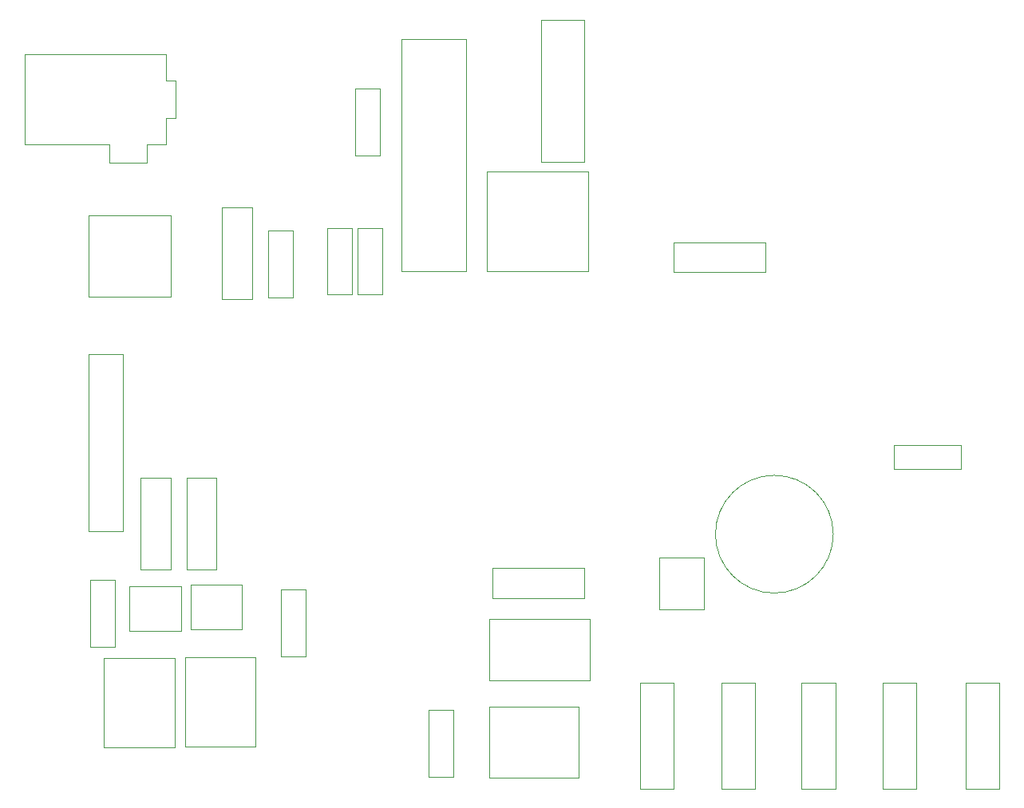
<source format=gbr>
G04 #@! TF.FileFunction,Other,User*
%FSLAX46Y46*%
G04 Gerber Fmt 4.6, Leading zero omitted, Abs format (unit mm)*
G04 Created by KiCad (PCBNEW 4.0.7) date Sat Feb 17 21:33:09 2018*
%MOMM*%
%LPD*%
G01*
G04 APERTURE LIST*
%ADD10C,0.150000*%
%ADD11C,0.050000*%
G04 APERTURE END LIST*
D10*
D11*
X75097500Y-58093500D02*
X75097500Y-33473500D01*
X75097500Y-58093500D02*
X81977500Y-58093500D01*
X81977500Y-33473500D02*
X75097500Y-33473500D01*
X81977500Y-33473500D02*
X81977500Y-58093500D01*
X120931000Y-86032500D02*
G75*
G03X120931000Y-86032500I-6250000J0D01*
G01*
X44734000Y-90898000D02*
X42134000Y-90898000D01*
X42134000Y-90898000D02*
X42134000Y-97998000D01*
X42134000Y-97998000D02*
X44734000Y-97998000D01*
X44734000Y-97998000D02*
X44734000Y-90898000D01*
X64927000Y-91914000D02*
X62327000Y-91914000D01*
X62327000Y-91914000D02*
X62327000Y-99014000D01*
X62327000Y-99014000D02*
X64927000Y-99014000D01*
X64927000Y-99014000D02*
X64927000Y-91914000D01*
X50618000Y-60865000D02*
X50618000Y-52165000D01*
X50618000Y-52165000D02*
X41918000Y-52165000D01*
X41918000Y-52165000D02*
X41918000Y-60865000D01*
X41918000Y-60865000D02*
X50618000Y-60865000D01*
X72801000Y-38701000D02*
X70201000Y-38701000D01*
X70201000Y-38701000D02*
X70201000Y-45801000D01*
X70201000Y-45801000D02*
X72801000Y-45801000D01*
X72801000Y-45801000D02*
X72801000Y-38701000D01*
X127347000Y-76551000D02*
X127347000Y-79151000D01*
X127347000Y-79151000D02*
X134447000Y-79151000D01*
X134447000Y-79151000D02*
X134447000Y-76551000D01*
X134447000Y-76551000D02*
X127347000Y-76551000D01*
X78011500Y-111794000D02*
X80611500Y-111794000D01*
X80611500Y-111794000D02*
X80611500Y-104694000D01*
X80611500Y-104694000D02*
X78011500Y-104694000D01*
X78011500Y-104694000D02*
X78011500Y-111794000D01*
X60993500Y-60930500D02*
X63593500Y-60930500D01*
X63593500Y-60930500D02*
X63593500Y-53830500D01*
X63593500Y-53830500D02*
X60993500Y-53830500D01*
X60993500Y-53830500D02*
X60993500Y-60930500D01*
X67280000Y-60613000D02*
X69880000Y-60613000D01*
X69880000Y-60613000D02*
X69880000Y-53513000D01*
X69880000Y-53513000D02*
X67280000Y-53513000D01*
X67280000Y-53513000D02*
X67280000Y-60613000D01*
X70455000Y-60613000D02*
X73055000Y-60613000D01*
X73055000Y-60613000D02*
X73055000Y-53513000D01*
X73055000Y-53513000D02*
X70455000Y-53513000D01*
X70455000Y-53513000D02*
X70455000Y-60613000D01*
X41951500Y-66907000D02*
X41951500Y-85757000D01*
X41951500Y-85757000D02*
X45551500Y-85757000D01*
X45551500Y-85757000D02*
X45551500Y-66907000D01*
X45551500Y-66907000D02*
X41951500Y-66907000D01*
X50149000Y-35378000D02*
X50149000Y-35128000D01*
X50149000Y-35128000D02*
X35149000Y-35128000D01*
X50149000Y-35378000D02*
X50149000Y-37878000D01*
X50149000Y-37878000D02*
X51149000Y-37878000D01*
X51149000Y-37878000D02*
X51149000Y-41878000D01*
X51149000Y-41878000D02*
X50149000Y-41878000D01*
X50149000Y-41878000D02*
X50149000Y-44628000D01*
X50149000Y-44628000D02*
X48149000Y-44628000D01*
X48149000Y-44628000D02*
X48149000Y-46628000D01*
X48149000Y-46628000D02*
X44149000Y-46628000D01*
X44149000Y-46628000D02*
X44149000Y-44628000D01*
X44149000Y-44628000D02*
X35149000Y-44628000D01*
X35149000Y-44628000D02*
X35149000Y-35128000D01*
X95079000Y-101556000D02*
X84479000Y-101556000D01*
X84479000Y-101556000D02*
X84479000Y-95006000D01*
X84479000Y-95006000D02*
X95079000Y-95006000D01*
X95079000Y-95006000D02*
X95079000Y-101556000D01*
X134979000Y-101832000D02*
X134979000Y-113032000D01*
X134979000Y-113032000D02*
X138579000Y-113032000D01*
X138579000Y-113032000D02*
X138579000Y-101832000D01*
X138579000Y-101832000D02*
X134979000Y-101832000D01*
X126152500Y-101832000D02*
X126152500Y-113032000D01*
X126152500Y-113032000D02*
X129752500Y-113032000D01*
X129752500Y-113032000D02*
X129752500Y-101832000D01*
X129752500Y-101832000D02*
X126152500Y-101832000D01*
X117580000Y-101832000D02*
X117580000Y-113032000D01*
X117580000Y-113032000D02*
X121180000Y-113032000D01*
X121180000Y-113032000D02*
X121180000Y-101832000D01*
X121180000Y-101832000D02*
X117580000Y-101832000D01*
X100435000Y-101832000D02*
X100435000Y-113032000D01*
X100435000Y-113032000D02*
X104035000Y-113032000D01*
X104035000Y-113032000D02*
X104035000Y-101832000D01*
X104035000Y-101832000D02*
X100435000Y-101832000D01*
X109071000Y-101832000D02*
X109071000Y-113032000D01*
X109071000Y-113032000D02*
X112671000Y-113032000D01*
X112671000Y-113032000D02*
X112671000Y-101832000D01*
X112671000Y-101832000D02*
X109071000Y-101832000D01*
X51752000Y-96329000D02*
X46292000Y-96329000D01*
X51752000Y-96329000D02*
X51752000Y-91589000D01*
X46292000Y-91589000D02*
X46292000Y-96329000D01*
X46292000Y-91589000D02*
X51752000Y-91589000D01*
X52769000Y-91377000D02*
X58229000Y-91377000D01*
X52769000Y-91377000D02*
X52769000Y-96117000D01*
X58229000Y-96117000D02*
X58229000Y-91377000D01*
X58229000Y-96117000D02*
X52769000Y-96117000D01*
X107251000Y-88519500D02*
X107251000Y-93979500D01*
X107251000Y-88519500D02*
X102511000Y-88519500D01*
X102511000Y-93979500D02*
X107251000Y-93979500D01*
X102511000Y-93979500D02*
X102511000Y-88519500D01*
X47422000Y-89759500D02*
X50622000Y-89759500D01*
X50622000Y-89759500D02*
X50622000Y-80009500D01*
X50622000Y-80009500D02*
X47422000Y-80009500D01*
X47422000Y-80009500D02*
X47422000Y-89759500D01*
X52311500Y-89759500D02*
X55511500Y-89759500D01*
X55511500Y-89759500D02*
X55511500Y-80009500D01*
X55511500Y-80009500D02*
X52311500Y-80009500D01*
X52311500Y-80009500D02*
X52311500Y-89759500D01*
X59258000Y-51337500D02*
X56058000Y-51337500D01*
X56058000Y-51337500D02*
X56058000Y-61087500D01*
X56058000Y-61087500D02*
X59258000Y-61087500D01*
X59258000Y-61087500D02*
X59258000Y-51337500D01*
X103979000Y-55042000D02*
X103979000Y-58242000D01*
X103979000Y-58242000D02*
X113729000Y-58242000D01*
X113729000Y-58242000D02*
X113729000Y-55042000D01*
X113729000Y-55042000D02*
X103979000Y-55042000D01*
X94522000Y-92849500D02*
X94522000Y-89649500D01*
X94522000Y-89649500D02*
X84772000Y-89649500D01*
X84772000Y-89649500D02*
X84772000Y-92849500D01*
X84772000Y-92849500D02*
X94522000Y-92849500D01*
X51085000Y-99438000D02*
X51085000Y-99188000D01*
X51085000Y-99188000D02*
X50835000Y-99188000D01*
X43585000Y-99438000D02*
X43585000Y-99188000D01*
X43585000Y-99188000D02*
X43835000Y-99188000D01*
X43835000Y-108688000D02*
X43585000Y-108688000D01*
X43585000Y-108688000D02*
X43585000Y-108438000D01*
X50835000Y-108688000D02*
X51085000Y-108688000D01*
X51085000Y-108688000D02*
X51085000Y-108438000D01*
X43585000Y-108438000D02*
X43585000Y-99438000D01*
X50835000Y-108688000D02*
X43835000Y-108688000D01*
X51085000Y-99438000D02*
X51085000Y-108438000D01*
X43835000Y-99188000D02*
X50835000Y-99188000D01*
X52166000Y-108334000D02*
X52166000Y-108584000D01*
X52166000Y-108584000D02*
X52416000Y-108584000D01*
X59666000Y-108334000D02*
X59666000Y-108584000D01*
X59666000Y-108584000D02*
X59416000Y-108584000D01*
X59416000Y-99084000D02*
X59666000Y-99084000D01*
X59666000Y-99084000D02*
X59666000Y-99334000D01*
X52416000Y-99084000D02*
X52166000Y-99084000D01*
X52166000Y-99084000D02*
X52166000Y-99334000D01*
X59666000Y-99334000D02*
X59666000Y-108334000D01*
X52416000Y-99084000D02*
X59416000Y-99084000D01*
X52166000Y-108334000D02*
X52166000Y-99334000D01*
X59416000Y-108584000D02*
X52416000Y-108584000D01*
X84706000Y-104363000D02*
X84456000Y-104363000D01*
X84456000Y-104363000D02*
X84456000Y-104613000D01*
X84706000Y-111863000D02*
X84456000Y-111863000D01*
X84456000Y-111863000D02*
X84456000Y-111613000D01*
X93956000Y-111613000D02*
X93956000Y-111863000D01*
X93956000Y-111863000D02*
X93706000Y-111863000D01*
X93956000Y-104613000D02*
X93956000Y-104363000D01*
X93956000Y-104363000D02*
X93706000Y-104363000D01*
X93706000Y-111863000D02*
X84706000Y-111863000D01*
X93956000Y-104613000D02*
X93956000Y-111613000D01*
X84706000Y-104363000D02*
X93706000Y-104363000D01*
X84456000Y-111613000D02*
X84456000Y-104613000D01*
X94945000Y-47522000D02*
X84145000Y-47522000D01*
X84145000Y-47522000D02*
X84145000Y-58122000D01*
X84145000Y-58122000D02*
X94945000Y-58122000D01*
X94945000Y-58122000D02*
X94945000Y-47522000D01*
X94535500Y-46520000D02*
X94535500Y-31420000D01*
X94535500Y-31420000D02*
X89935500Y-31420000D01*
X89935500Y-31420000D02*
X89935500Y-46520000D01*
X89935500Y-46520000D02*
X94535500Y-46520000D01*
M02*

</source>
